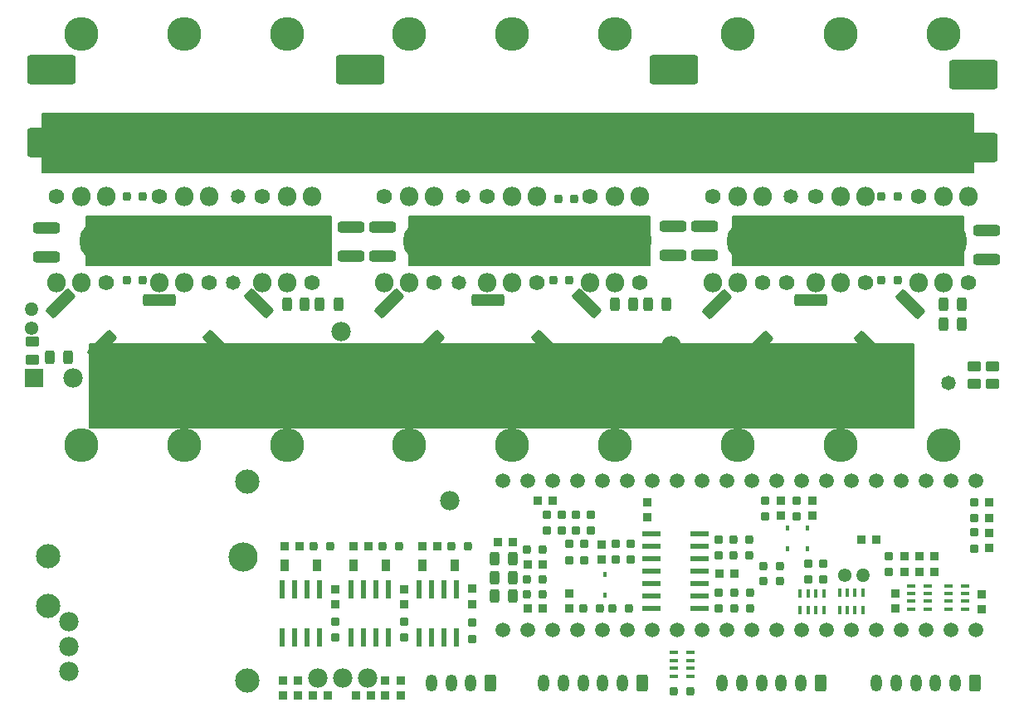
<source format=gbr>
%TF.GenerationSoftware,KiCad,Pcbnew,(6.0.4)*%
%TF.CreationDate,2022-07-25T23:44:37+01:00*%
%TF.ProjectId,CCC_ESC,4343435f-4553-4432-9e6b-696361645f70,rev?*%
%TF.SameCoordinates,Original*%
%TF.FileFunction,Soldermask,Top*%
%TF.FilePolarity,Negative*%
%FSLAX46Y46*%
G04 Gerber Fmt 4.6, Leading zero omitted, Abs format (unit mm)*
G04 Created by KiCad (PCBNEW (6.0.4)) date 2022-07-25 23:44:37*
%MOMM*%
%LPD*%
G01*
G04 APERTURE LIST*
G04 Aperture macros list*
%AMRoundRect*
0 Rectangle with rounded corners*
0 $1 Rounding radius*
0 $2 $3 $4 $5 $6 $7 $8 $9 X,Y pos of 4 corners*
0 Add a 4 corners polygon primitive as box body*
4,1,4,$2,$3,$4,$5,$6,$7,$8,$9,$2,$3,0*
0 Add four circle primitives for the rounded corners*
1,1,$1+$1,$2,$3*
1,1,$1+$1,$4,$5*
1,1,$1+$1,$6,$7*
1,1,$1+$1,$8,$9*
0 Add four rect primitives between the rounded corners*
20,1,$1+$1,$2,$3,$4,$5,0*
20,1,$1+$1,$4,$5,$6,$7,0*
20,1,$1+$1,$6,$7,$8,$9,0*
20,1,$1+$1,$8,$9,$2,$3,0*%
G04 Aperture macros list end*
%ADD10C,0.150000*%
%ADD11RoundRect,0.215000X0.225000X0.250000X-0.225000X0.250000X-0.225000X-0.250000X0.225000X-0.250000X0*%
%ADD12RoundRect,0.190000X0.275000X-0.200000X0.275000X0.200000X-0.275000X0.200000X-0.275000X-0.200000X0*%
%ADD13RoundRect,0.215000X-0.250000X0.225000X-0.250000X-0.225000X0.250000X-0.225000X0.250000X0.225000X0*%
%ADD14RoundRect,0.240000X0.751301X-1.263953X1.263953X-0.751301X-0.751301X1.263953X-1.263953X0.751301X0*%
%ADD15R,0.880000X1.180000*%
%ADD16RoundRect,0.240000X0.262500X0.450000X-0.262500X0.450000X-0.262500X-0.450000X0.262500X-0.450000X0*%
%ADD17RoundRect,0.290000X-2.200000X-1.200000X2.200000X-1.200000X2.200000X1.200000X-2.200000X1.200000X0*%
%ADD18RoundRect,0.240000X0.450000X-0.262500X0.450000X0.262500X-0.450000X0.262500X-0.450000X-0.262500X0*%
%ADD19R,0.430000X0.580000*%
%ADD20R,0.880000X0.380000*%
%ADD21RoundRect,0.190000X0.200000X0.275000X-0.200000X0.275000X-0.200000X-0.275000X0.200000X-0.275000X0*%
%ADD22C,1.980000*%
%ADD23RoundRect,0.190000X-0.200000X-0.275000X0.200000X-0.275000X0.200000X0.275000X-0.200000X0.275000X0*%
%ADD24C,3.980000*%
%ADD25C,2.480000*%
%ADD26RoundRect,0.240000X-1.100000X0.325000X-1.100000X-0.325000X1.100000X-0.325000X1.100000X0.325000X0*%
%ADD27RoundRect,0.240000X1.425000X-0.362500X1.425000X0.362500X-1.425000X0.362500X-1.425000X-0.362500X0*%
%ADD28C,1.480000*%
%ADD29RoundRect,0.190000X-0.275000X0.200000X-0.275000X-0.200000X0.275000X-0.200000X0.275000X0.200000X0*%
%ADD30R,1.980000X1.980000*%
%ADD31RoundRect,0.240000X0.350000X0.625000X-0.350000X0.625000X-0.350000X-0.625000X0.350000X-0.625000X0*%
%ADD32O,1.180000X1.730000*%
%ADD33C,2.980000*%
%ADD34RoundRect,0.215000X-0.225000X-0.250000X0.225000X-0.250000X0.225000X0.250000X-0.225000X0.250000X0*%
%ADD35RoundRect,0.215000X0.250000X-0.225000X0.250000X0.225000X-0.250000X0.225000X-0.250000X-0.225000X0*%
%ADD36RoundRect,0.240000X1.263953X0.751301X0.751301X1.263953X-1.263953X-0.751301X-0.751301X-1.263953X0*%
%ADD37RoundRect,0.240000X-0.250000X-0.475000X0.250000X-0.475000X0.250000X0.475000X-0.250000X0.475000X0*%
%ADD38R,0.380000X0.880000*%
%ADD39C,1.580000*%
%ADD40C,1.380000*%
%ADD41O,1.380000X1.380000*%
%ADD42RoundRect,0.240000X0.250000X0.475000X-0.250000X0.475000X-0.250000X-0.475000X0.250000X-0.475000X0*%
%ADD43RoundRect,0.140000X0.825000X0.150000X-0.825000X0.150000X-0.825000X-0.150000X0.825000X-0.150000X0*%
%ADD44C,1.504000*%
%ADD45RoundRect,0.140000X0.150000X-0.825000X0.150000X0.825000X-0.150000X0.825000X-0.150000X-0.825000X0*%
%ADD46O,3.480000X3.480000*%
%ADD47O,1.885000X1.980000*%
G04 APERTURE END LIST*
D10*
X122500000Y-72000000D02*
X146000000Y-72000000D01*
X146000000Y-72000000D02*
X146000000Y-77000000D01*
X146000000Y-77000000D02*
X122500000Y-77000000D01*
X122500000Y-77000000D02*
X122500000Y-72000000D01*
G36*
X122500000Y-72000000D02*
G01*
X146000000Y-72000000D01*
X146000000Y-77000000D01*
X122500000Y-77000000D01*
X122500000Y-72000000D01*
G37*
X52000000Y-61500000D02*
X147000000Y-61500000D01*
X147000000Y-61500000D02*
X147000000Y-67500000D01*
X147000000Y-67500000D02*
X52000000Y-67500000D01*
X52000000Y-67500000D02*
X52000000Y-61500000D01*
G36*
X52000000Y-61500000D02*
G01*
X147000000Y-61500000D01*
X147000000Y-67500000D01*
X52000000Y-67500000D01*
X52000000Y-61500000D01*
G37*
X56830000Y-85000000D02*
X140940000Y-85000000D01*
X140940000Y-85000000D02*
X140940000Y-93570000D01*
X140940000Y-93570000D02*
X56830000Y-93570000D01*
X56830000Y-93570000D02*
X56830000Y-85000000D01*
G36*
X56830000Y-85000000D02*
G01*
X140940000Y-85000000D01*
X140940000Y-93570000D01*
X56830000Y-93570000D01*
X56830000Y-85000000D01*
G37*
X56500000Y-72000000D02*
X81500000Y-72000000D01*
X81500000Y-72000000D02*
X81500000Y-77000000D01*
X81500000Y-77000000D02*
X56500000Y-77000000D01*
X56500000Y-77000000D02*
X56500000Y-72000000D01*
G36*
X56500000Y-72000000D02*
G01*
X81500000Y-72000000D01*
X81500000Y-77000000D01*
X56500000Y-77000000D01*
X56500000Y-72000000D01*
G37*
X89500000Y-72000000D02*
X114000000Y-72000000D01*
X114000000Y-72000000D02*
X114000000Y-77000000D01*
X114000000Y-77000000D02*
X89500000Y-77000000D01*
X89500000Y-77000000D02*
X89500000Y-72000000D01*
G36*
X89500000Y-72000000D02*
G01*
X114000000Y-72000000D01*
X114000000Y-77000000D01*
X89500000Y-77000000D01*
X89500000Y-72000000D01*
G37*
D11*
%TO.C,C7*%
X104144000Y-101028260D03*
X102594000Y-101028260D03*
%TD*%
D12*
%TO.C,R33*%
X128969000Y-102653260D03*
X128969000Y-101003260D03*
%TD*%
D13*
%TO.C,C27*%
X88919000Y-110078260D03*
X88919000Y-111628260D03*
%TD*%
D14*
%TO.C,SHA2*%
X69905196Y-85094804D03*
X74094804Y-80905196D03*
%TD*%
D15*
%TO.C,D3*%
X90819000Y-107678260D03*
X94119000Y-107678260D03*
%TD*%
%TO.C,D1*%
X76769000Y-107678260D03*
X80069000Y-107678260D03*
%TD*%
D16*
%TO.C,R7*%
X100019000Y-108878260D03*
X98194000Y-108878260D03*
%TD*%
D17*
%TO.C,CX1*%
X53000000Y-64500000D03*
X53000000Y-57000000D03*
%TD*%
D18*
%TO.C,R3*%
X149000000Y-89112500D03*
X149000000Y-87287500D03*
%TD*%
D19*
%TO.C,D4*%
X109469000Y-110678260D03*
X109469000Y-108578260D03*
%TD*%
D17*
%TO.C,CX4*%
X147000000Y-65000000D03*
X147000000Y-57500000D03*
%TD*%
D20*
%TO.C,RN4*%
X146219000Y-112128260D03*
X146219000Y-111328260D03*
X146219000Y-110528260D03*
X146219000Y-109728260D03*
X144519000Y-109728260D03*
X144519000Y-110528260D03*
X144519000Y-111328260D03*
X144519000Y-112128260D03*
%TD*%
D21*
%TO.C,R36*%
X108894000Y-112028260D03*
X107244000Y-112028260D03*
%TD*%
D13*
%TO.C,C23*%
X127369000Y-101053260D03*
X127369000Y-102603260D03*
%TD*%
D14*
%TO.C,SHC1*%
X136405196Y-85189608D03*
X140594804Y-81000000D03*
%TD*%
D22*
%TO.C,TP4*%
X82500000Y-83750000D03*
%TD*%
D13*
%TO.C,C19*%
X148644000Y-101228260D03*
X148644000Y-102778260D03*
%TD*%
D15*
%TO.C,D2*%
X83769000Y-107678260D03*
X87069000Y-107678260D03*
%TD*%
D23*
%TO.C,R20*%
X122644000Y-112028260D03*
X124294000Y-112028260D03*
%TD*%
%TO.C,R23*%
X122544000Y-105028260D03*
X124194000Y-105028260D03*
%TD*%
D24*
%TO.C,PH9*%
X144400000Y-74500000D03*
%TD*%
D25*
%TO.C,U6*%
X52654000Y-111813260D03*
X52654000Y-106733260D03*
X72974000Y-99113260D03*
X72974000Y-119433260D03*
%TD*%
D14*
%TO.C,SHB1*%
X103405196Y-85094804D03*
X107594804Y-80905196D03*
%TD*%
D21*
%TO.C,RG1*%
X81394000Y-105728260D03*
X79744000Y-105728260D03*
%TD*%
D26*
%TO.C,CX13*%
X83500000Y-73075000D03*
X83500000Y-76025000D03*
%TD*%
D24*
%TO.C,PH4*%
X90800000Y-74500000D03*
%TD*%
D27*
%TO.C,SHB2*%
X97500000Y-86462500D03*
X97500000Y-80537500D03*
%TD*%
D16*
%TO.C,RS3*%
X145842500Y-81000000D03*
X144017500Y-81000000D03*
%TD*%
D12*
%TO.C,R17*%
X105819000Y-107103260D03*
X105819000Y-105453260D03*
%TD*%
D28*
%TO.C,TP1*%
X72050000Y-70000000D03*
%TD*%
D29*
%TO.C,R35*%
X110570000Y-105445000D03*
X110570000Y-107095000D03*
%TD*%
D30*
%TO.C,CX17*%
X51200000Y-88500000D03*
D22*
X55200000Y-88500000D03*
%TD*%
D11*
%TO.C,C31*%
X100081500Y-105278260D03*
X98531500Y-105278260D03*
%TD*%
D31*
%TO.C,J4*%
X113219000Y-119628260D03*
D32*
X111219000Y-119628260D03*
X109219000Y-119628260D03*
X107219000Y-119628260D03*
X105219000Y-119628260D03*
X103219000Y-119628260D03*
%TD*%
D12*
%TO.C,R27*%
X107319000Y-107103260D03*
X107319000Y-105453260D03*
%TD*%
%TO.C,R32*%
X112080000Y-107095000D03*
X112080000Y-105445000D03*
%TD*%
D27*
%TO.C,SHC3*%
X130450000Y-86475000D03*
X130450000Y-80550000D03*
%TD*%
D23*
%TO.C,R22*%
X122544000Y-106628260D03*
X124194000Y-106628260D03*
%TD*%
D33*
%TO.C,TP11*%
X72569000Y-106778260D03*
%TD*%
D34*
%TO.C,C29*%
X101531500Y-112078260D03*
X103081500Y-112078260D03*
%TD*%
D18*
%TO.C,R14*%
X147100000Y-89112500D03*
X147100000Y-87287500D03*
%TD*%
D20*
%TO.C,RN2*%
X118169000Y-118978260D03*
X118169000Y-118178260D03*
X118169000Y-117378260D03*
X118169000Y-116578260D03*
X116469000Y-116578260D03*
X116469000Y-117378260D03*
X116469000Y-118178260D03*
X116469000Y-118978260D03*
%TD*%
D35*
%TO.C,C6*%
X147869000Y-112153260D03*
X147869000Y-110603260D03*
%TD*%
D21*
%TO.C,R29*%
X111894000Y-112028260D03*
X110244000Y-112028260D03*
%TD*%
D12*
%TO.C,R34*%
X125769000Y-102653260D03*
X125769000Y-101003260D03*
%TD*%
D36*
%TO.C,SHA1*%
X58094804Y-85094804D03*
X53905196Y-80905196D03*
%TD*%
D13*
%TO.C,C18*%
X113719000Y-101203260D03*
X113719000Y-102753260D03*
%TD*%
D37*
%TO.C,CS3*%
X143990000Y-82970000D03*
X145890000Y-82970000D03*
%TD*%
D21*
%TO.C,R48*%
X62325000Y-78500000D03*
X60675000Y-78500000D03*
%TD*%
D34*
%TO.C,C10*%
X87044000Y-120928260D03*
X88594000Y-120928260D03*
%TD*%
D38*
%TO.C,RN3*%
X135769000Y-110478260D03*
X134969000Y-110478260D03*
X134169000Y-110478260D03*
X133369000Y-110478260D03*
X133369000Y-112178260D03*
X134169000Y-112178260D03*
X134969000Y-112178260D03*
X135769000Y-112178260D03*
%TD*%
D21*
%TO.C,R50*%
X105825000Y-78500000D03*
X104175000Y-78500000D03*
%TD*%
D39*
%TO.C,TP9*%
X128000000Y-78750000D03*
%TD*%
D12*
%TO.C,R16*%
X103519000Y-104103260D03*
X103519000Y-102453260D03*
%TD*%
D24*
%TO.C,PH5*%
X112250000Y-74450000D03*
%TD*%
D12*
%TO.C,R25*%
X106519000Y-104103260D03*
X106519000Y-102453260D03*
%TD*%
D19*
%TO.C,D5*%
X128069000Y-105978260D03*
X128069000Y-103878260D03*
%TD*%
D12*
%TO.C,R24*%
X105019000Y-104103260D03*
X105019000Y-102453260D03*
%TD*%
D16*
%TO.C,R5*%
X100019000Y-110778260D03*
X98194000Y-110778260D03*
%TD*%
D40*
%TO.C,SW1*%
X50900000Y-83405000D03*
D41*
X50900000Y-81505000D03*
%TD*%
D12*
%TO.C,R2*%
X131669000Y-109115760D03*
X131669000Y-107465760D03*
%TD*%
D20*
%TO.C,RN1*%
X140669000Y-109728260D03*
X140669000Y-110528260D03*
X140669000Y-111328260D03*
X140669000Y-112128260D03*
X142369000Y-112128260D03*
X142369000Y-111328260D03*
X142369000Y-110528260D03*
X142369000Y-109728260D03*
%TD*%
D12*
%TO.C,R31*%
X121069000Y-106653260D03*
X121069000Y-105003260D03*
%TD*%
D35*
%TO.C,C15*%
X141519000Y-108303260D03*
X141519000Y-106753260D03*
%TD*%
D27*
%TO.C,SHA3*%
X64000000Y-86462500D03*
X64000000Y-80537500D03*
%TD*%
D26*
%TO.C,CX14*%
X119600000Y-73025000D03*
X119600000Y-75975000D03*
%TD*%
D42*
%TO.C,CS1*%
X82250000Y-81000000D03*
X80350000Y-81000000D03*
%TD*%
D22*
%TO.C,TP3*%
X93569000Y-101028260D03*
%TD*%
D23*
%TO.C,R19*%
X122644000Y-110428260D03*
X124294000Y-110428260D03*
%TD*%
D21*
%TO.C,R6*%
X103131500Y-110578260D03*
X101481500Y-110578260D03*
%TD*%
D35*
%TO.C,C14*%
X139969000Y-108303260D03*
X139969000Y-106753260D03*
%TD*%
D29*
%TO.C,RG6*%
X95919000Y-113503260D03*
X95919000Y-115153260D03*
%TD*%
D34*
%TO.C,C20*%
X121094000Y-108528260D03*
X122644000Y-108528260D03*
%TD*%
D24*
%TO.C,PH8*%
X123800000Y-74500000D03*
%TD*%
D21*
%TO.C,R52*%
X139325000Y-78500000D03*
X137675000Y-78500000D03*
%TD*%
D31*
%TO.C,J2*%
X131419000Y-119628260D03*
D32*
X129419000Y-119628260D03*
X127419000Y-119628260D03*
X125419000Y-119628260D03*
X123419000Y-119628260D03*
X121419000Y-119628260D03*
%TD*%
D35*
%TO.C,C17*%
X139069000Y-112053260D03*
X139069000Y-110503260D03*
%TD*%
D22*
%TO.C,U8*%
X54779000Y-113418260D03*
X54779000Y-115958260D03*
X54779000Y-118498260D03*
%TD*%
D13*
%TO.C,C26*%
X81919000Y-110103260D03*
X81919000Y-111653260D03*
%TD*%
D34*
%TO.C,C30*%
X101531500Y-107578260D03*
X103081500Y-107578260D03*
%TD*%
D22*
%TO.C,U7*%
X80164000Y-119123260D03*
X82704000Y-119123260D03*
X85244000Y-119123260D03*
%TD*%
D35*
%TO.C,C24*%
X109070000Y-107045000D03*
X109070000Y-105495000D03*
%TD*%
D12*
%TO.C,R15*%
X147144000Y-102828260D03*
X147144000Y-101178260D03*
%TD*%
D29*
%TO.C,R30*%
X121069000Y-110403260D03*
X121069000Y-112053260D03*
%TD*%
D35*
%TO.C,C25*%
X105819000Y-112053260D03*
X105819000Y-110503260D03*
%TD*%
D24*
%TO.C,PH3*%
X68350000Y-74550000D03*
%TD*%
D29*
%TO.C,R9*%
X130169000Y-107465760D03*
X130169000Y-109115760D03*
%TD*%
D34*
%TO.C,C3*%
X90794000Y-105728260D03*
X92344000Y-105728260D03*
%TD*%
D29*
%TO.C,RG4*%
X88919000Y-113403260D03*
X88919000Y-115053260D03*
%TD*%
D23*
%TO.C,R21*%
X125644000Y-107728260D03*
X127294000Y-107728260D03*
%TD*%
D19*
%TO.C,D6*%
X130069000Y-105978260D03*
X130069000Y-103878260D03*
%TD*%
D24*
%TO.C,PH2*%
X57800000Y-74500000D03*
%TD*%
D26*
%TO.C,CX12*%
X86750000Y-73075000D03*
X86750000Y-76025000D03*
%TD*%
D24*
%TO.C,PH1*%
X79250000Y-74500000D03*
%TD*%
D34*
%TO.C,C8*%
X87044000Y-119378260D03*
X88594000Y-119378260D03*
%TD*%
D24*
%TO.C,PH6*%
X101250000Y-74500000D03*
%TD*%
D26*
%TO.C,CX15*%
X116350000Y-73025000D03*
X116350000Y-75975000D03*
%TD*%
D21*
%TO.C,RG3*%
X88444000Y-105728260D03*
X86794000Y-105728260D03*
%TD*%
D34*
%TO.C,C1*%
X76744000Y-105728260D03*
X78294000Y-105728260D03*
%TD*%
%TO.C,C12*%
X79644000Y-120928260D03*
X81194000Y-120928260D03*
%TD*%
D28*
%TO.C,TP10*%
X144500000Y-89000000D03*
%TD*%
D16*
%TO.C,RS1*%
X78812500Y-81000000D03*
X76987500Y-81000000D03*
%TD*%
D23*
%TO.C,R49*%
X104675000Y-70200000D03*
X106325000Y-70200000D03*
%TD*%
D34*
%TO.C,C2*%
X83794000Y-105728260D03*
X85344000Y-105728260D03*
%TD*%
D12*
%TO.C,R26*%
X108019000Y-104115000D03*
X108019000Y-102465000D03*
%TD*%
D28*
%TO.C,TP7*%
X94500000Y-78800000D03*
%TD*%
D13*
%TO.C,C22*%
X130569000Y-101053260D03*
X130569000Y-102603260D03*
%TD*%
D37*
%TO.C,C5*%
X52800000Y-86400000D03*
X54700000Y-86400000D03*
%TD*%
D24*
%TO.C,PH7*%
X134300000Y-74500000D03*
%TD*%
D43*
%TO.C,U4*%
X119094000Y-112088260D03*
X119094000Y-110818260D03*
X119094000Y-109548260D03*
X119094000Y-108278260D03*
X119094000Y-107008260D03*
X119094000Y-105738260D03*
X119094000Y-104468260D03*
X114144000Y-104468260D03*
X114144000Y-105738260D03*
X114144000Y-107008260D03*
X114144000Y-108278260D03*
X114144000Y-109548260D03*
X114144000Y-110818260D03*
X114144000Y-112088260D03*
%TD*%
D21*
%TO.C,R11*%
X103131500Y-106078260D03*
X101481500Y-106078260D03*
%TD*%
D34*
%TO.C,C13*%
X76594000Y-120928260D03*
X78144000Y-120928260D03*
%TD*%
D17*
%TO.C,CX2*%
X84500000Y-64500000D03*
X84500000Y-57000000D03*
%TD*%
%TO.C,CX3*%
X116495000Y-64500000D03*
X116495000Y-57000000D03*
%TD*%
D23*
%TO.C,R18*%
X125644000Y-109228260D03*
X127294000Y-109228260D03*
%TD*%
D12*
%TO.C,R4*%
X147144000Y-105928260D03*
X147144000Y-104278260D03*
%TD*%
D21*
%TO.C,RG5*%
X95444000Y-105728260D03*
X93794000Y-105728260D03*
%TD*%
D13*
%TO.C,C28*%
X95919000Y-110053260D03*
X95919000Y-111603260D03*
%TD*%
D34*
%TO.C,C11*%
X76594000Y-119378260D03*
X78144000Y-119378260D03*
%TD*%
D35*
%TO.C,C16*%
X143069000Y-108303260D03*
X143069000Y-106753260D03*
%TD*%
D29*
%TO.C,RG2*%
X81919000Y-113403260D03*
X81919000Y-115053260D03*
%TD*%
D26*
%TO.C,CX11*%
X52450000Y-73175000D03*
X52450000Y-76125000D03*
%TD*%
D40*
%TO.C,NTC1*%
X133914000Y-108678260D03*
D41*
X135814000Y-108678260D03*
%TD*%
D23*
%TO.C,R47*%
X60675000Y-70000000D03*
X62325000Y-70000000D03*
%TD*%
D44*
%TO.C,U5*%
X147329000Y-99028260D03*
X144789000Y-99028260D03*
X142249000Y-99028260D03*
X139709000Y-99028260D03*
X137169000Y-99028260D03*
X134629000Y-99028260D03*
X132089000Y-99028260D03*
X129549000Y-99028260D03*
X127009000Y-99028260D03*
X124469000Y-99028260D03*
X121929000Y-99028260D03*
X119389000Y-99028260D03*
X116849000Y-99028260D03*
X114309000Y-99028260D03*
X111769000Y-99028260D03*
X109229000Y-99028260D03*
X106689000Y-99028260D03*
X104149000Y-99028260D03*
X101609000Y-99028260D03*
X99069000Y-99028260D03*
X99069000Y-114268260D03*
X101609000Y-114268260D03*
X104149000Y-114268260D03*
X106689000Y-114268260D03*
X109229000Y-114268260D03*
X111769000Y-114268260D03*
X114285395Y-114278253D03*
X116849000Y-114268260D03*
X119389000Y-114268260D03*
X121929000Y-114268260D03*
X124469000Y-114268260D03*
X127009000Y-114268260D03*
X129549000Y-114268260D03*
X132089000Y-114268260D03*
X134629000Y-114268260D03*
X137169000Y-114268260D03*
X139709000Y-114268260D03*
X142249000Y-114268260D03*
X144789000Y-114268260D03*
X147329000Y-114268260D03*
%TD*%
D28*
%TO.C,TP8*%
X128450000Y-70000000D03*
%TD*%
D29*
%TO.C,R12*%
X138419000Y-106703260D03*
X138419000Y-108353260D03*
%TD*%
D45*
%TO.C,U1*%
X76514000Y-115053260D03*
X77784000Y-115053260D03*
X79054000Y-115053260D03*
X80324000Y-115053260D03*
X80324000Y-110103260D03*
X79054000Y-110103260D03*
X77784000Y-110103260D03*
X76514000Y-110103260D03*
%TD*%
D36*
%TO.C,SHC2*%
X125094804Y-85189608D03*
X120905196Y-81000000D03*
%TD*%
D13*
%TO.C,C4*%
X148644000Y-104328260D03*
X148644000Y-105878260D03*
%TD*%
D45*
%TO.C,U2*%
X83514000Y-115053260D03*
X84784000Y-115053260D03*
X86054000Y-115053260D03*
X87324000Y-115053260D03*
X87324000Y-110103260D03*
X86054000Y-110103260D03*
X84784000Y-110103260D03*
X83514000Y-110103260D03*
%TD*%
D28*
%TO.C,TP6*%
X95000000Y-70000000D03*
%TD*%
D11*
%TO.C,C9*%
X85575000Y-120930000D03*
X84025000Y-120930000D03*
%TD*%
D26*
%TO.C,CX16*%
X148400000Y-73425000D03*
X148400000Y-76375000D03*
%TD*%
D22*
%TO.C,TP2*%
X116250000Y-85250000D03*
%TD*%
D38*
%TO.C,RN5*%
X129369000Y-112190760D03*
X130169000Y-112190760D03*
X130969000Y-112190760D03*
X131769000Y-112190760D03*
X131769000Y-110490760D03*
X130969000Y-110490760D03*
X130169000Y-110490760D03*
X129369000Y-110490760D03*
%TD*%
D31*
%TO.C,J1*%
X97769000Y-119628260D03*
D32*
X95769000Y-119628260D03*
X93769000Y-119628260D03*
X91769000Y-119628260D03*
%TD*%
D31*
%TO.C,J3*%
X147169000Y-119628260D03*
D32*
X145169000Y-119628260D03*
X143169000Y-119628260D03*
X141169000Y-119628260D03*
X139169000Y-119628260D03*
X137169000Y-119628260D03*
%TD*%
D23*
%TO.C,R51*%
X137675000Y-70000000D03*
X139325000Y-70000000D03*
%TD*%
D11*
%TO.C,C21*%
X137144000Y-105028260D03*
X135594000Y-105028260D03*
%TD*%
D42*
%TO.C,CS2*%
X115750000Y-81000000D03*
X113850000Y-81000000D03*
%TD*%
D18*
%TO.C,R1*%
X51000000Y-86612500D03*
X51000000Y-84787500D03*
%TD*%
D36*
%TO.C,SHB3*%
X91594804Y-85094804D03*
X87405196Y-80905196D03*
%TD*%
D16*
%TO.C,RS2*%
X112312500Y-81000000D03*
X110487500Y-81000000D03*
%TD*%
D45*
%TO.C,U3*%
X90514000Y-115053260D03*
X91784000Y-115053260D03*
X93054000Y-115053260D03*
X94324000Y-115053260D03*
X94324000Y-110103260D03*
X93054000Y-110103260D03*
X91784000Y-110103260D03*
X90514000Y-110103260D03*
%TD*%
D21*
%TO.C,R13*%
X118144000Y-120478260D03*
X116494000Y-120478260D03*
%TD*%
D28*
%TO.C,TP5*%
X71550000Y-78750000D03*
%TD*%
D16*
%TO.C,R10*%
X100019000Y-106978260D03*
X98194000Y-106978260D03*
%TD*%
D21*
%TO.C,R8*%
X103131500Y-109078260D03*
X101481500Y-109078260D03*
%TD*%
D46*
%TO.C,QB4*%
X100000000Y-95410000D03*
D39*
X102540000Y-78750000D03*
D47*
X100000000Y-78750000D03*
X97460000Y-78750000D03*
%TD*%
D46*
%TO.C,QB5*%
X89500000Y-53340000D03*
D39*
X86960000Y-70000000D03*
D47*
X89500000Y-70000000D03*
X92040000Y-70000000D03*
%TD*%
D46*
%TO.C,QA3*%
X66500000Y-53340000D03*
D39*
X63960000Y-70000000D03*
D47*
X66500000Y-70000000D03*
X69040000Y-70000000D03*
%TD*%
D46*
%TO.C,QC6*%
X123000000Y-95410000D03*
D39*
X125540000Y-78750000D03*
D47*
X123000000Y-78750000D03*
X120460000Y-78750000D03*
%TD*%
D46*
%TO.C,QC5*%
X144000000Y-53340000D03*
D39*
X141460000Y-70000000D03*
D47*
X144000000Y-70000000D03*
X146540000Y-70000000D03*
%TD*%
D46*
%TO.C,QC4*%
X144000000Y-95410000D03*
D39*
X146540000Y-78750000D03*
D47*
X144000000Y-78750000D03*
X141460000Y-78750000D03*
%TD*%
D46*
%TO.C,QA6*%
X56000000Y-95410000D03*
D39*
X58540000Y-78750000D03*
D47*
X56000000Y-78750000D03*
X53460000Y-78750000D03*
%TD*%
D46*
%TO.C,QB6*%
X89500000Y-95410000D03*
D39*
X92040000Y-78750000D03*
D47*
X89500000Y-78750000D03*
X86960000Y-78750000D03*
%TD*%
D46*
%TO.C,QB2*%
X110500000Y-95410000D03*
D39*
X113040000Y-78750000D03*
D47*
X110500000Y-78750000D03*
X107960000Y-78750000D03*
%TD*%
D46*
%TO.C,QA5*%
X77000000Y-53340000D03*
D39*
X74460000Y-70000000D03*
D47*
X77000000Y-70000000D03*
X79540000Y-70000000D03*
%TD*%
D46*
%TO.C,QA1*%
X56000000Y-53340000D03*
D39*
X53460000Y-70000000D03*
D47*
X56000000Y-70000000D03*
X58540000Y-70000000D03*
%TD*%
D46*
%TO.C,QB3*%
X100000000Y-53340000D03*
D39*
X97460000Y-70000000D03*
D47*
X100000000Y-70000000D03*
X102540000Y-70000000D03*
%TD*%
D46*
%TO.C,QC3*%
X133500000Y-53340000D03*
D39*
X130960000Y-70000000D03*
D47*
X133500000Y-70000000D03*
X136040000Y-70000000D03*
%TD*%
D46*
%TO.C,QA4*%
X66500000Y-95410000D03*
D39*
X69040000Y-78750000D03*
D47*
X66500000Y-78750000D03*
X63960000Y-78750000D03*
%TD*%
D46*
%TO.C,QC2*%
X133500000Y-95410000D03*
D39*
X136040000Y-78750000D03*
D47*
X133500000Y-78750000D03*
X130960000Y-78750000D03*
%TD*%
D46*
%TO.C,QC1*%
X123000000Y-53340000D03*
D39*
X120460000Y-70000000D03*
D47*
X123000000Y-70000000D03*
X125540000Y-70000000D03*
%TD*%
D46*
%TO.C,QA2*%
X77000000Y-95410000D03*
D39*
X79540000Y-78750000D03*
D47*
X77000000Y-78750000D03*
X74460000Y-78750000D03*
%TD*%
D46*
%TO.C,QB1*%
X110500000Y-53340000D03*
D39*
X107960000Y-70000000D03*
D47*
X110500000Y-70000000D03*
X113040000Y-70000000D03*
%TD*%
M02*

</source>
